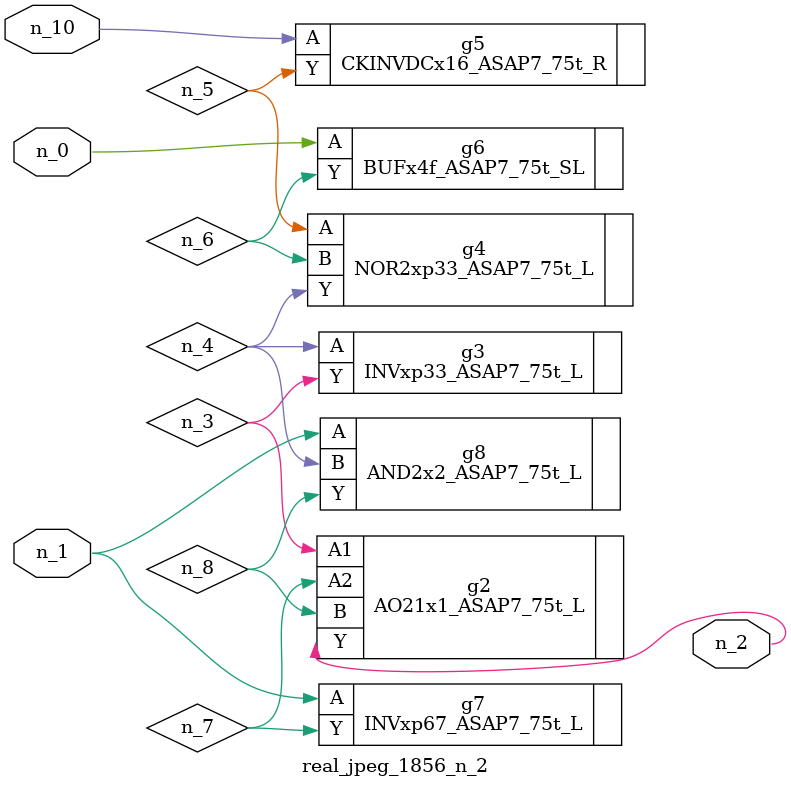
<source format=v>
module real_jpeg_1856_n_2 (n_1, n_10, n_0, n_2);

input n_1;
input n_10;
input n_0;

output n_2;

wire n_5;
wire n_4;
wire n_8;
wire n_6;
wire n_7;
wire n_3;

BUFx4f_ASAP7_75t_SL g6 ( 
.A(n_0),
.Y(n_6)
);

INVxp67_ASAP7_75t_L g7 ( 
.A(n_1),
.Y(n_7)
);

AND2x2_ASAP7_75t_L g8 ( 
.A(n_1),
.B(n_4),
.Y(n_8)
);

AO21x1_ASAP7_75t_L g2 ( 
.A1(n_3),
.A2(n_7),
.B(n_8),
.Y(n_2)
);

INVxp33_ASAP7_75t_L g3 ( 
.A(n_4),
.Y(n_3)
);

NOR2xp33_ASAP7_75t_L g4 ( 
.A(n_5),
.B(n_6),
.Y(n_4)
);

CKINVDCx16_ASAP7_75t_R g5 ( 
.A(n_10),
.Y(n_5)
);


endmodule
</source>
